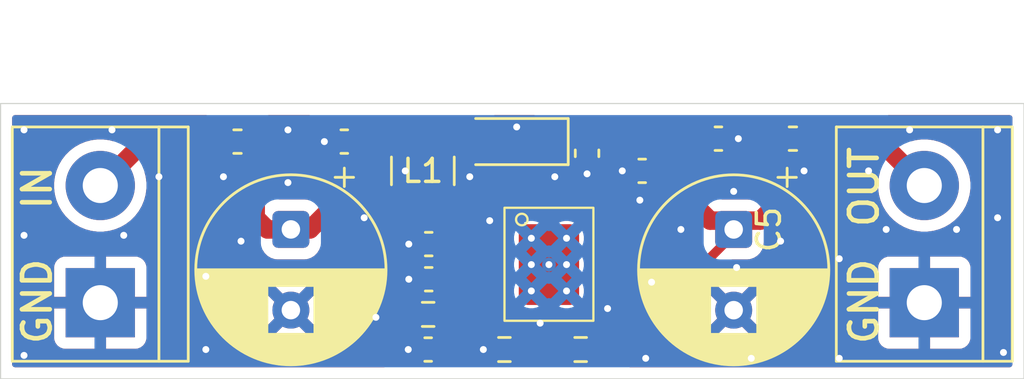
<source format=kicad_pcb>
(kicad_pcb (version 20241229) (generator "pcbnew") (generator_version "9.0")
  (layers (0 "F.Cu" signal) (2 "B.Cu" signal) (13 "F.Paste" user) (15 "B.Paste" user) (5 "F.SilkS" user "F.Silkscreen") (7 "B.SilkS" user "B.Silkscreen") (1 "F.Mask" user) (3 "B.Mask" user) (25 "Edge.Cuts" user))
  (net 0 "")
  (net 1 "GND")
  (net 2 "FB")
  (net 3 "VIN")
  (net 4 "SW")
  (net 5 "SS")
  (net 6 "COMP")
  (net 7 "Net-(C7-Pad1)")
  (net 8 "VOUT")
  (net 9 "Net-(J2-Pin_2)")
  (net 10 "Net-(J3-Pin_2)")
  (footprint "Resistor_SMD:R_0603_1608Metric_Pad0.98x0.95mm_HandSolder" (layer "F.Cu") (at 164.0605 88.773 180)
    (property "Reference" "R3" (hide yes))
    (property "Value" "51k" (hide yes))
    (fp_line (start -0.254724 0.5225) (end 0.254724 0.5225) (stroke (width 0.12)) (layer "F.SilkS"))
    (fp_line (start -0.254724 -0.5225) (end 0.254724 -0.5225) (stroke (width 0.12)) (layer "F.SilkS"))
    (pad "1" smd roundrect (at -0.9125 0 180) (size 0.975 0.95) (layers "F.Cu" "F.Mask" "F.Paste") (net 6 "COMP"))
    (pad "2" smd roundrect (at 0.9125 0 180) (size 0.975 0.95) (layers "F.Cu" "F.Mask" "F.Paste") (net 7 "Net-(C7-Pad1)"))
  )
  (footprint "TerminalBlock:TerminalBlock_bornier-2_P5.08mm" (layer "F.Cu") (at 149.86 88.265 90)
    (property "Reference" "J2" (hide yes))
    (property "Value" "Screw_Terminal_01x02" (hide yes))
    (fp_line (start 7.62 -3.81) (end -2.54 -3.81) (stroke (width 0.12)) (layer "F.SilkS"))
    (fp_line (start -2.54 -3.81) (end -2.54 3.81) (stroke (width 0.12)) (layer "F.SilkS"))
    (fp_line (start 7.62 2.54) (end -2.54 2.54) (stroke (width 0.12)) (layer "F.SilkS"))
    (fp_line (start 7.62 3.81) (end 7.62 -3.81) (stroke (width 0.12)) (layer "F.SilkS"))
    (fp_line (start -2.54 3.81) (end 7.62 3.81) (stroke (width 0.12)) (layer "F.SilkS"))
    (pad "1" thru_hole rect (at 0 0 90) (size 3 3) (drill 1.52) (layers "*.Cu" "*.Mask") (net 1 "GND"))
    (pad "2" thru_hole circle (at 5.08 0 90) (size 3 3) (drill 1.52) (layers "*.Cu" "*.Mask") (net 9 "Net-(J2-Pin_2)"))
  )
  (footprint "Capacitor_SMD:C_0603_1608Metric_Pad1.08x0.95mm_HandSolder" (layer "F.Cu") (at 164.084 87.249 180)
    (property "Reference" "C7" (hide yes))
    (property "Value" "2.2nF 50V X7R")
    (fp_line (start -0.146267 0.51) (end 0.146267 0.51) (stroke (width 0.12)) (layer "F.SilkS"))
    (fp_line (start -0.146267 -0.51) (end 0.146267 -0.51) (stroke (width 0.12)) (layer "F.SilkS"))
    (pad "1" smd roundrect (at -0.8625 0 180) (size 1.075 0.95) (layers "F.Cu" "F.Mask" "F.Paste") (net 7 "Net-(C7-Pad1)"))
    (pad "2" smd roundrect (at 0.8625 0 180) (size 1.075 0.95) (layers "F.Cu" "F.Mask" "F.Paste") (net 1 "GND"))
  )
  (footprint "Resistor_SMD:R_0603_1608Metric_Pad0.98x0.95mm_HandSolder" (layer "F.Cu") (at 167.3625 90.297 180)
    (property "Reference" "R2" (hide yes))
    (property "Value" "13k")
    (fp_line (start -0.254724 0.5225) (end 0.254724 0.5225) (stroke (width 0.12)) (layer "F.SilkS"))
    (fp_line (start -0.254724 -0.5225) (end 0.254724 -0.5225) (stroke (width 0.12)) (layer "F.SilkS"))
    (pad "1" smd roundrect (at -0.9125 0 180) (size 0.975 0.95) (layers "F.Cu" "F.Mask" "F.Paste") (net 2 "FB"))
    (pad "2" smd roundrect (at 0.9125 0 180) (size 0.975 0.95) (layers "F.Cu" "F.Mask" "F.Paste") (net 1 "GND"))
  )
  (footprint "Capacitor_SMD:C_0603_1608Metric_Pad1.08x0.95mm_HandSolder" (layer "F.Cu") (at 164.084 85.725 180)
    (property "Reference" "C3" (hide yes))
    (property "Value" "1μF 25V X7R")
    (fp_line (start -0.146267 0.51) (end 0.146267 0.51) (stroke (width 0.12)) (layer "F.SilkS"))
    (fp_line (start -0.146267 -0.51) (end 0.146267 -0.51) (stroke (width 0.12)) (layer "F.SilkS"))
    (pad "1" smd roundrect (at -0.8625 0 180) (size 1.075 0.95) (layers "F.Cu" "F.Mask" "F.Paste") (net 3 "VIN"))
    (pad "2" smd roundrect (at 0.8625 0 180) (size 1.075 0.95) (layers "F.Cu" "F.Mask" "F.Paste") (net 1 "GND"))
  )
  (footprint "Capacitor_SMD:C_0603_1608Metric_Pad1.08x0.95mm_HandSolder" (layer "F.Cu") (at 160.4275 81.28 180)
    (property "Reference" "C2" (hide yes))
    (property "Value" "10μF 16V X5R")
    (fp_line (start -0.146267 0.51) (end 0.146267 0.51) (stroke (width 0.12)) (layer "F.SilkS"))
    (fp_line (start -0.146267 -0.51) (end 0.146267 -0.51) (stroke (width 0.12)) (layer "F.SilkS"))
    (pad "1" smd roundrect (at -0.8625 0 180) (size 1.075 0.95) (layers "F.Cu" "F.Mask" "F.Paste") (net 3 "VIN"))
    (pad "2" smd roundrect (at 0.8625 0 180) (size 1.075 0.95) (layers "F.Cu" "F.Mask" "F.Paste") (net 1 "GND"))
  )
  (footprint "Capacitor_SMD:C_0603_1608Metric_Pad1.08x0.95mm_HandSolder" (layer "F.Cu") (at 173.3296 82.55 180)
    (property "Reference" "C8" (hide yes))
    (property "Value" "0.1μF 50V X7R" (hide yes))
    (fp_line (start -0.146267 0.51) (end 0.146267 0.51) (stroke (width 0.12)) (layer "F.SilkS"))
    (fp_line (start -0.146267 -0.51) (end 0.146267 -0.51) (stroke (width 0.12)) (layer "F.SilkS"))
    (pad "1" smd roundrect (at -0.8625 0 180) (size 1.075 0.95) (layers "F.Cu" "F.Mask" "F.Paste") (net 5 "SS"))
    (pad "2" smd roundrect (at 0.8625 0 180) (size 1.075 0.95) (layers "F.Cu" "F.Mask" "F.Paste") (net 1 "GND"))
  )
  (footprint "Inductor_SMD:L_0603_1608Metric" (layer "F.Cu") (at 179.8575 81.153)
    (property "Reference" "FB2" (hide yes))
    (property "Value" "BLM18PG471SN1D")
    (fp_line (start -0.162779 -0.51) (end 0.162779 -0.51) (stroke (width 0.12)) (layer "F.SilkS"))
    (fp_line (start -0.162779 0.51) (end 0.162779 0.51) (stroke (width 0.12)) (layer "F.SilkS"))
    (pad "1" smd roundrect (at -0.7875 0) (size 0.875 0.95) (layers "F.Cu" "F.Mask" "F.Paste") (net 8 "VOUT"))
    (pad "2" smd roundrect (at 0.7875 0) (size 0.875 0.95) (layers "F.Cu" "F.Mask" "F.Paste") (net 10 "Net-(J3-Pin_2)"))
  )
  (footprint "Capacitor_SMD:C_0603_1608Metric_Pad1.08x0.95mm_HandSolder" (layer "F.Cu") (at 164.0605 90.297 180)
    (property "Reference" "C6" (hide yes))
    (property "Value" "47pF 50V CH")
    (fp_line (start -0.146267 0.51) (end 0.146267 0.51) (stroke (width 0.12)) (layer "F.SilkS"))
    (fp_line (start -0.146267 -0.51) (end 0.146267 -0.51) (stroke (width 0.12)) (layer "F.SilkS"))
    (pad "1" smd roundrect (at -0.8625 0 180) (size 1.075 0.95) (layers "F.Cu" "F.Mask" "F.Paste") (net 6 "COMP"))
    (pad "2" smd roundrect (at 0.8625 0 180) (size 1.075 0.95) (layers "F.Cu" "F.Mask" "F.Paste") (net 1 "GND"))
  )
  (footprint "Capacitor_SMD:C_0603_1608Metric_Pad1.08x0.95mm_HandSolder" (layer "F.Cu") (at 170.942 81.788 -90)
    (property "Reference" "C9" (hide yes))
    (property "Value" "1μF 25V X7R")
    (fp_line (start -0.146267 0.51) (end 0.146267 0.51) (stroke (width 0.12)) (layer "F.SilkS"))
    (fp_line (start -0.146267 -0.51) (end 0.146267 -0.51) (stroke (width 0.12)) (layer "F.SilkS"))
    (pad "1" smd roundrect (at -0.8625 0 270) (size 1.075 0.95) (layers "F.Cu" "F.Mask" "F.Paste") (net 8 "VOUT"))
    (pad "2" smd roundrect (at 0.8625 0 270) (size 1.075 0.95) (layers "F.Cu" "F.Mask" "F.Paste") (net 1 "GND"))
  )
  (footprint "Capacitor_THT:CP_Radial_D8.0mm_P3.50mm" (layer "F.Cu") (at 158.115 85.088349 -90)
    (property "Reference" "C1" (hide yes))
    (property "Value" "16V 470uF")
    (fp_line (start 2.47 1.04) (end 2.47 4.017) (stroke (width 0.12)) (layer "F.SilkS"))
    (fp_line (start 2.51 1.04) (end 2.51 4.009) (stroke (width 0.12)) (layer "F.SilkS"))
    (fp_line (start 2.55 1.04) (end 2.55 4.002) (stroke (width 0.12)) (layer "F.SilkS"))
    (fp_line (start 2.59 1.04) (end 2.59 3.993) (stroke (width 0.12)) (layer "F.SilkS"))
    (fp_line (start 2.63 1.04) (end 2.63 3.985) (stroke (width 0.12)) (layer "F.SilkS"))
    (fp_line (start 2.67 1.04) (end 2.67 3.976) (stroke (width 0.12)) (layer "F.SilkS"))
    (fp_line (start 2.71 1.04) (end 2.71 3.967) (stroke (width 0.12)) (layer "F.SilkS"))
    (fp_line (start 2.75 1.04) (end 2.75 3.957) (stroke (width 0.12)) (layer "F.SilkS"))
    (fp_line (start 2.79 1.04) (end 2.79 3.947) (stroke (width 0.12)) (layer "F.SilkS"))
    (fp_line (start 2.83 1.04) (end 2.83 3.936) (stroke (width 0.12)) (layer "F.SilkS"))
    (fp_line (start 2.87 1.04) (end 2.87 3.925) (stroke (width 0.12)) (layer "F.SilkS"))
    (fp_line (start 2.91 1.04) (end 2.91 3.913) (stroke (width 0.12)) (layer "F.SilkS"))
    (fp_line (start 2.95 1.04) (end 2.95 3.901) (stroke (width 0.12)) (layer "F.SilkS"))
    (fp_line (start 2.99 1.04) (end 2.99 3.889) (stroke (width 0.12)) (layer "F.SilkS"))
    (fp_line (start 3.03 1.04) (end 3.03 3.876) (stroke (width 0.12)) (layer "F.SilkS"))
    (fp_line (start 3.07 1.04) (end 3.07 3.863) (stroke (width 0.12)) (layer "F.SilkS"))
    (fp_line (start 3.11 1.04) (end 3.11 3.849) (stroke (width 0.12)) (layer "F.SilkS"))
    (fp_line (start 3.15 1.04) (end 3.15 3.835) (stroke (width 0.12)) (layer "F.SilkS"))
    (fp_line (start 3.19 1.04) (end 3.19 3.82) (stroke (width 0.12)) (layer "F.SilkS"))
    (fp_line (start 3.23 1.04) (end 3.23 3.805) (stroke (width 0.12)) (layer "F.SilkS"))
    (fp_line (start 3.27 1.04) (end 3.27 3.789) (stroke (width 0.12)) (layer "F.SilkS"))
    (fp_line (start 3.31 1.04) (end 3.31 3.773) (stroke (width 0.12)) (layer "F.SilkS"))
    (fp_line (start 3.35 1.04) (end 3.35 3.757) (stroke (width 0.12)) (layer "F.SilkS"))
    (fp_line (start 3.39 1.04) (end 3.39 3.74) (stroke (width 0.12)) (layer "F.SilkS"))
    (fp_line (start 3.43 1.04) (end 3.43 3.722) (stroke (width 0.12)) (layer "F.SilkS"))
    (fp_line (start 3.47 1.04) (end 3.47 3.704) (stroke (width 0.12)) (layer "F.SilkS"))
    (fp_line (start 3.51 1.04) (end 3.51 3.685) (stroke (width 0.12)) (layer "F.SilkS"))
    (fp_line (start 3.55 1.04) (end 3.55 3.666) (stroke (width 0.12)) (layer "F.SilkS"))
    (fp_line (start 3.59 1.04) (end 3.59 3.646) (stroke (width 0.12)) (layer "F.SilkS"))
    (fp_line (start 3.63 1.04) (end 3.63 3.626) (stroke (width 0.12)) (layer "F.SilkS"))
    (fp_line (start 3.67 1.04) (end 3.67 3.605) (stroke (width 0.12)) (layer "F.SilkS"))
    (fp_line (start 3.71 1.04) (end 3.71 3.584) (stroke (width 0.12)) (layer "F.SilkS"))
    (fp_line (start 3.75 1.04) (end 3.75 3.562) (stroke (width 0.12)) (layer "F.SilkS"))
    (fp_line (start 3.79 1.04) (end 3.79 3.539) (stroke (width 0.12)) (layer "F.SilkS"))
    (fp_line (start 3.83 1.04) (end 3.83 3.516) (stroke (width 0.12)) (layer "F.SilkS"))
    (fp_line (start 3.87 1.04) (end 3.87 3.493) (stroke (width 0.12)) (layer "F.SilkS"))
    (fp_line (start 3.91 1.04) (end 3.91 3.468) (stroke (width 0.12)) (layer "F.SilkS"))
    (fp_line (start 3.95 1.04) (end 3.95 3.443) (stroke (width 0.12)) (layer "F.SilkS"))
    (fp_line (start 3.99 1.04) (end 3.99 3.418) (stroke (width 0.12)) (layer "F.SilkS"))
    (fp_line (start 4.03 1.04) (end 4.03 3.392) (stroke (width 0.12)) (layer "F.SilkS"))
    (fp_line (start 4.07 1.04) (end 4.07 3.365) (stroke (width 0.12)) (layer "F.SilkS"))
    (fp_line (start 4.11 1.04) (end 4.11 3.337) (stroke (width 0.12)) (layer "F.SilkS"))
    (fp_line (start 4.15 1.04) (end 4.15 3.309) (stroke (width 0.12)) (layer "F.SilkS"))
    (fp_line (start 4.19 1.04) (end 4.19 3.28) (stroke (width 0.12)) (layer "F.SilkS"))
    (fp_line (start 4.23 1.04) (end 4.23 3.25) (stroke (width 0.12)) (layer "F.SilkS"))
    (fp_line (start 4.27 1.04) (end 4.27 3.219) (stroke (width 0.12)) (layer "F.SilkS"))
    (fp_line (start 4.31 1.04) (end 4.31 3.188) (stroke (width 0.12)) (layer "F.SilkS"))
    (fp_line (start 4.35 1.04) (end 4.35 3.156) (stroke (width 0.12)) (layer "F.SilkS"))
    (fp_line (start 4.39 1.04) (end 4.39 3.123) (stroke (width 0.12)) (layer "F.SilkS"))
    (fp_line (start 4.43 1.04) (end 4.43 3.089) (stroke (width 0.12)) (layer "F.SilkS"))
    (fp_line (start 4.47 1.04) (end 4.47 3.055) (stroke (width 0.12)) (layer "F.SilkS"))
    (fp_line (start 4.51 1.04) (end 4.51 3.019) (stroke (width 0.12)) (layer "F.SilkS"))
    (fp_line (start 5.83 -0.533) (end 5.83 0.533) (stroke (width 0.12)) (layer "F.SilkS"))
    (fp_line (start 5.79 -0.768) (end 5.79 0.768) (stroke (width 0.12)) (layer "F.SilkS"))
    (fp_line (start 5.75 -0.947) (end 5.75 0.947) (stroke (width 0.12)) (layer "F.SilkS"))
    (fp_line (start 5.71 -1.097) (end 5.71 1.097) (stroke (width 0.12)) (layer "F.SilkS"))
    (fp_line (start 5.67 -1.228) (end 5.67 1.228) (stroke (width 0.12)) (layer "F.SilkS"))
    (fp_line (start 5.63 -1.346) (end 5.63 1.346) (stroke (width 0.12)) (layer "F.SilkS"))
    (fp_line (start 5.59 -1.453) (end 5.59 1.453) (stroke (width 0.12)) (layer "F.SilkS"))
    (fp_line (start 5.55 -1.552) (end 5.55 1.552) (stroke (width 0.12)) (layer "F.SilkS"))
    (fp_line (start 5.51 -1.644) (end 5.51 1.644) (stroke (width 0.12)) (layer "F.SilkS"))
    (fp_line (start 5.47 -1.731) (end 5.47 1.731) (stroke (width 0.12)) (layer "F.SilkS"))
    (fp_line (start 5.43 -1.813) (end 5.43 1.813) (stroke (width 0.12)) (layer "F.SilkS"))
    (fp_line (start 5.39 -1.89) (end 5.39 1.89) (stroke (width 0.12)) (layer "F.SilkS"))
    (fp_line (start 5.35 -1.964) (end 5.35 1.964) (stroke (width 0.12)) (layer "F.SilkS"))
    (fp_line (start 5.31 -2.034) (end 5.31 2.034) (stroke (width 0.12)) (layer "F.SilkS"))
    (fp_line (start 5.27 -2.101) (end 5.27 2.101) (stroke (width 0.12)) (layer "F.SilkS"))
    (fp_line (start 5.23 -2.165) (end 5.23 2.165) (stroke (width 0.12)) (layer "F.SilkS"))
    (fp_line (start 5.19 -2.227) (end 5.19 2.227) (stroke (width 0.12)) (layer "F.SilkS"))
    (fp_line (start 5.15 -2.287) (end 5.15 2.287) (stroke (width 0.12)) (layer "F.SilkS"))
    (fp_line (start -2.659698 -2.315) (end -1.859698 -2.315) (stroke (width 0.12)) (layer "F.SilkS"))
    (fp_line (start 5.11 -2.344) (end 5.11 2.344) (stroke (width 0.12)) (layer "F.SilkS"))
    (fp_line (start 5.07 -2.4) (end 5.07 2.4) (stroke (width 0.12)) (layer "F.SilkS"))
    (fp_line (start 5.03 -2.453) (end 5.03 2.453) (stroke (width 0.12)) (layer "F.SilkS"))
    (fp_line (start 4.99 -2.505) (end 4.99 2.505) (stroke (width 0.12)) (layer "F.SilkS"))
    (fp_line (start 4.95 -2.555) (end 4.95 2.555) (stroke (width 0.12)) (layer "F.SilkS"))
    (fp_line (start 4.91 -2.604) (end 4.91 2.604) (stroke (width 0.12)) (layer "F.SilkS"))
    (fp_line (start 4.87 -2.651) (end 4.87 2.651) (stroke (width 0.12)) (layer "F.SilkS"))
    (fp_line (start 4.83 -2.696) (end 4.83 2.696) (stroke (width 0.12)) (layer "F.SilkS"))
    (fp_line (start -2.259698 -2.715) (end -2.259698 -1.915) (stroke (width 0.12)) (layer "F.SilkS"))
    (fp_line (start 4.79 -2.741) (end 4.79 2.741) (stroke (width 0.12)) (layer "F.SilkS"))
    (fp_line (start 4.75 -2.784) (end 4.75 2.784) (stroke (width 0.12)) (layer "F.SilkS"))
    (fp_line (start 4.71 -2.826) (end 4.71 2.826) (stroke (width 0.12)) (layer "F.SilkS"))
    (fp_line (start 4.67 -2.867) (end 4.67 2.867) (stroke (width 0.12)) (layer "F.SilkS"))
    (fp_line (start 4.63 -2.906) (end 4.63 2.906) (stroke (width 0.12)) (layer "F.SilkS"))
    (fp_line (start 4.59 -2.945) (end 4.59 2.945) (stroke (width 0.12)) (layer "F.SilkS"))
    (fp_line (start 4.55 -2.982) (end 4.55 2.982) (stroke (width 0.12)) (layer "F.SilkS"))
    (fp_line (start 4.51 -3.019) (end 4.51 -1.04) (stroke (width 0.12)) (layer "F.SilkS"))
    (fp_line (start 4.47 -3.055) (end 4.47 -1.04) (stroke (width 0.12)) (layer "F.SilkS"))
    (fp_line (start 4.43 -3.089) (end 4.43 -1.04) (stroke (width 0.12)) (layer "F.SilkS"))
    (fp_line (start 4.39 -3.123) (end 4.39 -1.04) (stroke (width 0.12)) (layer "F.SilkS"))
    (fp_line (start 4.35 -3.156) (end 4.35 -1.04) (stroke (width 0.12)) (layer "F.SilkS"))
    (fp_line (start 4.31 -3.188) (end 4.31 -1.04) (stroke (width 0.12)) (layer "F.SilkS"))
    (fp_line (start 4.27 -3.219) (end 4.27 -1.04) (stroke (width 0.12)) (layer "F.SilkS"))
    (fp_line (start 4.23 -3.25) (end 4.23 -1.04) (stroke (width 0.12)) (layer "F.SilkS"))
    (fp_line (start 4.19 -3.28) (end 4.19 -1.04) (stroke (width 0.12)) (layer "F.SilkS"))
    (fp_line (start 4.15 -3.309) (end 4.15 -1.04) (stroke (width 0.12)) (layer "F.SilkS"))
    (fp_line (start 4.11 -3.337) (end 4.11 -1.04) (stroke (width 0.12)) (layer "F.SilkS"))
    (fp_line (start 4.07 -3.365) (end 4.07 -1.04) (stroke (width 0.12)) (layer "F.SilkS"))
    (fp_line (start 4.03 -3.392) (end 4.03 -1.04) (stroke (width 0.12)) (layer "F.SilkS"))
    (fp_line (start 3.99 -3.418) (end 3.99 -1.04) (stroke (width 0.12)) (layer "F.SilkS"))
    (fp_line (start 3.95 -3.443) (end 3.95 -1.04) (stroke (width 0.12)) (layer "F.SilkS"))
    (fp_line (start 3.91 -3.468) (end 3.91 -1.04) (stroke (width 0.12)) (layer "F.SilkS"))
    (fp_line (start 3.87 -3.493) (end 3.87 -1.04) (stroke (width 0.12)) (layer "F.SilkS"))
    (fp_line (start 3.83 -3.516) (end 3.83 -1.04) (stroke (width 0.12)) (layer "F.SilkS"))
    (fp_line (start 3.79 -3.539) (end 3.79 -1.04) (stroke (width 0.12)) (layer "F.SilkS"))
    (fp_line (start 3.75 -3.562) (end 3.75 -1.04) (stroke (width 0.12)) (layer "F.SilkS"))
    (fp_line (start 3.71 -3.584) (end 3.71 -1.04) (stroke (width 0.12)) (layer "F.SilkS"))
    (fp_line (start 3.67 -3.605) (end 3.67 -1.04) (stroke (width 0.12)) (layer "F.SilkS"))
    (fp_line (start 3.63 -3.626) (end 3.63 -1.04) (stroke (width 0.12)) (layer "F.SilkS"))
    (fp_line (start 3.59 -3.646) (end 3.59 -1.04) (stroke (width 0.12)) (layer "F.SilkS"))
    (fp_line (start 3.55 -3.666) (end 3.55 -1.04) (stroke (width 0.12)) (layer "F.SilkS"))
    (fp_line (start 3.51 -3.685) (end 3.51 -1.04) (stroke (width 0.12)) (layer "F.SilkS"))
    (fp_line (start 3.47 -3.704) (end 3.47 -1.04) (stroke (width 0.12)) (layer "F.SilkS"))
    (fp_line (start 3.43 -3.722) (end 3.43 -1.04) (stroke (width 0.12)) (layer "F.SilkS"))
    (fp_line (start 3.39 -3.74) (end 3.39 -1.04) (stroke (width 0.12)) (layer "F.SilkS"))
    (fp_line (start 3.35 -3.757) (end 3.35 -1.04) (stroke (width 0.12)) (layer "F.SilkS"))
    (fp_line (start 3.31 -3.773) (end 3.31 -1.04) (stroke (width 0.12)) (layer "F.SilkS"))
    (fp_line (start 3.27 -3.789) (end 3.27 -1.04) (stroke (width 0.12)) (layer "F.SilkS"))
    (fp_line (start 3.23 -3.805) (end 3.23 -1.04) (stroke (width 0.12)) (layer "F.SilkS"))
    (fp_line (start 3.19 -3.82) (end 3.19 -1.04) (stroke (width 0.12)) (layer "F.SilkS"))
    (fp_line (start 3.15 -3.835) (end 3.15 -1.04) (stroke (width 0.12)) (layer "F.SilkS"))
    (fp_line (start 3.11 -3.849) (end 3.11 -1.04) (stroke (width 0.12)) (layer "F.SilkS"))
    (fp_line (start 3.07 -3.863) (end 3.07 -1.04) (stroke (width 0.12)) (layer "F.SilkS"))
    (fp_line (start 3.03 -3.876) (end 3.03 -1.04) (stroke (width 0.12)) (layer "F.SilkS"))
    (fp_line (start 2.99 -3.889) (end 2.99 -1.04) (stroke (width 0.12)) (layer "F.SilkS"))
    (fp_line (start 2.95 -3.901) (end 2.95 -1.04) (stroke (width 0.12)) (layer "F.SilkS"))
    (fp_line (start 2.91 -3.913) (end 2.91 -1.04) (stroke (width 0.12)) (layer "F.SilkS"))
    (fp_line (start 2.87 -3.925) (end 2.87 -1.04) (stroke (width 0.12)) (layer "F.SilkS"))
    (fp_line (start 2.83 -3.936) (end 2.83 -1.04) (stroke (width 0.12)) (layer "F.SilkS"))
    (fp_line (start 2.79 -3.947) (end 2.79 -1.04) (stroke (width 0.12)) (layer "F.SilkS"))
    (fp_line (start 2.75 -3.957) (end 2.75 -1.04) (stroke (width 0.12)) (layer "F.SilkS"))
    (fp_line (start 2.71 -3.967) (end 2.71 -1.04) (stroke (width 0.12)) (layer "F.SilkS"))
    (fp_line (start 2.67 -3.976) (end 2.67 -1.04) (stroke (width 0.12)) (layer "F.SilkS"))
    (fp_line (start 2.63 -3.985) (end 2.63 -1.04) (stroke (width 0.12)) (layer "F.SilkS"))
    (fp_line (start 2.59 -3.993) (end 2.59 -1.04) (stroke (width 0.12)) (layer "F.SilkS"))
    (fp_line (start 2.55 -4.002) (end 2.55 -1.04) (stroke (width 0.12)) (layer "F.SilkS"))
    (fp_line (start 2.51 -4.009) (end 2.51 -1.04) (stroke (width 0.12)) (layer "F.SilkS"))
    (fp_line (start 2.47 -4.017) (end 2.47 -1.04) (stroke (width 0.12)) (layer "F.SilkS"))
    (fp_line (start 2.43 -4.023) (end 2.43 4.023) (stroke (width 0.12)) (layer "F.SilkS"))
    (fp_line (start 2.39 -4.03) (end 2.39 4.03) (stroke (width 0.12)) (layer "F.SilkS"))
    (fp_line (start 2.35 -4.036) (end 2.35 4.036) (stroke (width 0.12)) (layer "F.SilkS"))
    (fp_line (start 2.31 -4.042) (end 2.31 4.042) (stroke (width 0.12)) (layer "F.SilkS"))
    (fp_line (start 2.27 -4.047) (end 2.27 4.047) (stroke (width 0.12)) (layer "F.SilkS"))
    (fp_line (start 2.23 -4.052) (end 2.23 4.052) (stroke (width 0.12)) (layer "F.SilkS"))
    (fp_line (start 2.19 -4.056) (end 2.19 4.056) (stroke (width 0.12)) (layer "F.SilkS"))
    (fp_line (start 2.15 -4.061) (end 2.15 4.061) (stroke (width 0.12)) (layer "F.SilkS"))
    (fp_line (start 2.11 -4.064) (end 2.11 4.064) (stroke (width 0.12)) (layer "F.SilkS"))
    (fp_line (start 2.07 -4.068) (end 2.07 4.068) (stroke (width 0.12)) (layer "F.SilkS"))
    (fp_line (start 2.03 -4.07) (end 2.03 4.07) (stroke (width 0.12)) (layer "F.SilkS"))
    (fp_line (start 1.99 -4.073) (end 1.99 4.073) (stroke (width 0.12)) (layer "F.SilkS"))
    (fp_line (start 1.95 -4.075) (end 1.95 4.075) (stroke (width 0.12)) (layer "F.SilkS"))
    (fp_line (start 1.91 -4.077) (end 1.91 4.077) (stroke (width 0.12)) (layer "F.SilkS"))
    (fp_line (start 1.87 -4.078) (end 1.87 4.078) (stroke (width 0.12)) (layer "F.SilkS"))
    (fp_line (start 1.83 -4.079) (end 1.83 4.079) (stroke (width 0.12)) (layer "F.SilkS"))
    (fp_line (start 1.75 -4.08) (end 1.75 4.08) (stroke (width 0.12)) (layer "F.SilkS"))
    (fp_line (start 1.79 -4.08) (end 1.79 4.08) (stroke (width 0.12)) (layer "F.SilkS"))
    (fp_circle (center 1.75 0) (end 5.87 0) (stroke (width 0.12)) (fill no) (layer "F.SilkS"))
    (pad "1" thru_hole roundrect (at 0 0 270) (size 1.6 1.6) (drill 0.8) (layers "*.Cu" "*.Mask") (roundrect_rratio 0.15625) (net 3 "VIN"))
    (pad "2" thru_hole circle (at 3.5 0 270) (size 1.6 1.6) (drill 0.8) (layers "*.Cu" "*.Mask") (net 1 "GND"))
  )
  (footprint "Inductor_SMD:L_0603_1608Metric" (layer "F.Cu") (at 155.8035 81.28 180)
    (property "Reference" "FB1" (hide yes))
    (property "Value" "BLM18PG471SN1D")
    (fp_line (start -0.162779 0.51) (end 0.162779 0.51) (stroke (width 0.12)) (layer "F.SilkS"))
    (fp_line (start -0.162779 -0.51) (end 0.162779 -0.51) (stroke (width 0.12)) (layer "F.SilkS"))
    (pad "1" smd roundrect (at -0.7875 0 180) (size 0.875 0.95) (layers "F.Cu" "F.Mask" "F.Paste") (net 3 "VIN"))
    (pad "2" smd roundrect (at 0.7875 0 180) (size 0.875 0.95) (layers "F.Cu" "F.Mask" "F.Paste") (net 9 "Net-(J2-Pin_2)"))
  )
  (footprint "Capacitor_SMD:C_0603_1608Metric_Pad1.08x0.95mm_HandSolder" (layer "F.Cu") (at 176.6316 81.153)
    (property "Reference" "C4" (hide yes))
    (property "Value" "10μF 16V X5R")
    (fp_line (start -0.146267 -0.51) (end 0.146267 -0.51) (stroke (width 0.12)) (layer "F.SilkS"))
    (fp_line (start -0.146267 0.51) (end 0.146267 0.51) (stroke (width 0.12)) (layer "F.SilkS"))
    (pad "1" smd roundrect (at -0.8625 0) (size 1.075 0.95) (layers "F.Cu" "F.Mask" "F.Paste") (net 8 "VOUT"))
    (pad "2" smd roundrect (at 0.8625 0) (size 1.075 0.95) (layers "F.Cu" "F.Mask" "F.Paste") (net 1 "GND"))
  )
  (footprint "Capacitor_THT:CP_Radial_D8.0mm_P3.50mm" (layer "F.Cu") (at 177.292 85.09 -90)
    (property "Reference" "C5" (at 0.001651 -1.524 90) (layer "F.SilkS"))
    (property "Value" "16V 470uF")
    (fp_line (start 2.47 1.04) (end 2.47 4.017) (stroke (width 0.12)) (layer "F.SilkS"))
    (fp_line (start 2.51 1.04) (end 2.51 4.009) (stroke (width 0.12)) (layer "F.SilkS"))
    (fp_line (start 2.55 1.04) (end 2.55 4.002) (stroke (width 0.12)) (layer "F.SilkS"))
    (fp_line (start 2.59 1.04) (end 2.59 3.993) (stroke (width 0.12)) (layer "F.SilkS"))
    (fp_line (start 2.63 1.04) (end 2.63 3.985) (stroke (width 0.12)) (layer "F.SilkS"))
    (fp_line (start 2.67 1.04) (end 2.67 3.976) (stroke (width 0.12)) (layer "F.SilkS"))
    (fp_line (start 2.71 1.04) (end 2.71 3.967) (stroke (width 0.12)) (layer "F.SilkS"))
    (fp_line (start 2.75 1.04) (end 2.75 3.957) (stroke (width 0.12)) (layer "F.SilkS"))
    (fp_line (start 2.79 1.04) (end 2.79 3.947) (stroke (width 0.12)) (layer "F.SilkS"))
    (fp_line (start 2.83 1.04) (end 2.83 3.936) (stroke (width 0.12)) (layer "F.SilkS"))
    (fp_line (start 2.87 1.04) (end 2.87 3.925) (stroke (width 0.12)) (layer "F.SilkS"))
    (fp_line (start 2.91 1.04) (end 2.91 3.913) (stroke (width 0.12)) (layer "F.SilkS"))
    (fp_line (start 2.95 1.04) (end 2.95 3.901) (stroke (width 0.12)) (layer "F.SilkS"))
    (fp_line (start 2.99 1.04) (end 2.99 3.889) (stroke (width 0.12)) (layer "F.SilkS"))
    (fp_line (start 3.03 1.04) (end 3.03 3.876) (stroke (width 0.12)) (layer "F.SilkS"))
    (fp_line (start 3.07 1.04) (end 3.07 3.863) (stroke (width 0.12)) (layer "F.SilkS"))
    (fp_line (start 3.11 1.04) (end 3.11 3.849) (stroke (width 0.12)) (layer "F.SilkS"))
    (fp_line (start 3.15 1.04) (end 3.15 3.835) (stroke (width 0.12)) (layer "F.SilkS"))
    (fp_line (start 3.19 1.04) (end 3.19 3.82) (stroke (width 0.12)) (layer "F.SilkS"))
    (fp_line (start 3.23 1.04) (end 3.23 3.805) (stroke (width 0.12)) (layer "F.SilkS"))
    (fp_line (start 3.27 1.04) (end 3.27 3.789) (stroke (width 0.12)) (layer "F.SilkS"))
    (fp_line (start 3.31 1.04) (end 3.31 3.773) (stroke (width 0.12)) (layer "F.SilkS"))
    (fp_line (start 3.35 1.04) (end 3.35 3.757) (stroke (width 0.12)) (layer "F.SilkS"))
    (fp_line (start 3.39 1.04) (end 3.39 3.74) (stroke (width 0.12)) (layer "F.SilkS"))
    (fp_line (start 3.43 1.04) (end 3.43 3.722) (stroke (width 0.12)) (layer "F.SilkS"))
    (fp_line (start 3.47 1.04) (end 3.47 3.704) (stroke (width 0.12)) (layer "F.SilkS"))
    (fp_line (start 3.51 1.04) (end 3.51 3.685) (stroke (width 0.12)) (layer "F.SilkS"))
    (fp_line (start 3.55 1.04) (end 3.55 3.666) (stroke (width 0.12)) (layer "F.SilkS"))
    (fp_line (start 3.59 1.04) (end 3.59 3.646) (stroke (width 0.12)) (layer "F.SilkS"))
    (fp_line (start 3.63 1.04) (end 3.63 3.626) (stroke (width 0.12)) (layer "F.SilkS"))
    (fp_line (start 3.67 1.04) (end 3.67 3.605) (stroke (width 0.12)) (layer "F.SilkS"))
    (fp_line (start 3.71 1.04) (end 3.71 3.584) (stroke (width 0.12)) (layer "F.SilkS"))
    (fp_line (start 3.75 1.04) (end 3.75 3.562) (stroke (width 0.12)) (layer "F.SilkS"))
    (fp_line (start 3.79 1.04) (end 3.79 3.539) (stroke (width 0.12)) (layer "F.SilkS"))
    (fp_line (start 3.83 1.04) (end 3.83 3.516) (stroke (width 0.12)) (layer "F.SilkS"))
    (fp_line (start 3.87 1.04) (end 3.87 3.493) (stroke (width 0.12)) (layer "F.SilkS"))
    (fp_line (start 3.91 1.04) (end 3.91 3.468) (stroke (width 0.12)) (layer "F.SilkS"))
    (fp_line (start 3.95 1.04) (end 3.95 3.443) (stroke (width 0.12)) (layer "F.SilkS"))
    (fp_line (start 3.99 1.04) (end 3.99 3.418) (stroke (width 0.12)) (layer "F.SilkS"))
    (fp_line (start 4.03 1.04) (end 4.03 3.392) (stroke (width 0.12)) (layer "F.SilkS"))
    (fp_line (start 4.07 1.04) (end 4.07 3.365) (stroke (width 0.12)) (layer "F.SilkS"))
    (fp_line (start 4.11 1.04) (end 4.11 3.337) (stroke (width 0.12)) (layer "F.SilkS"))
    (fp_line (start 4.15 1.04) (end 4.15 3.309) (stroke (width 0.12)) (layer "F.SilkS"))
    (fp_line (start 4.19 1.04) (end 4.19 3.28) (stroke (width 0.12)) (layer "F.SilkS"))
    (fp_line (start 4.23 1.04) (end 4.23 3.25) (stroke (width 0.12)) (layer "F.SilkS"))
    (fp_line (start 4.27 1.04) (end 4.27 3.219) (stroke (width 0.12)) (layer "F.SilkS"))
    (fp_line (start 4.31 1.04) (end 4.31 3.188) (stroke (width 0.12)) (layer "F.SilkS"))
    (fp_line (start 4.35 1.04) (end 4.35 3.156) (stroke (width 0.12)) (layer "F.SilkS"))
    (fp_line (start 4.39 1.04) (end 4.39 3.123) (stroke (width 0.12)) (layer "F.SilkS"))
    (fp_line (start 4.43 1.04) (end 4.43 3.089) (stroke (width 0.12)) (layer "F.SilkS"))
    (fp_line (start 4.47 1.04) (end 4.47 3.055) (stroke (width 0.12)) (layer "F.SilkS"))
    (fp_line (start 4.51 1.04) (end 4.51 3.019) (stroke (width 0.12)) (layer "F.SilkS"))
    (fp_line (start 5.83 -0.533) (end 5.83 0.533) (stroke (width 0.12)) (layer "F.SilkS"))
    (fp_line (start 5.79 -0.768) (end 5.79 0.768) (stroke (width 0.12)) (layer "F.SilkS"))
    (fp_line (start 5.75 -0.947) (end 5.75 0.947) (stroke (width 0.12)) (layer "F.SilkS"))
    (fp_line (start 5.71 -1.097) (end 5.71 1.097) (stroke (width 0.12)) (layer "F.SilkS"))
    (fp_line (start 5.67 -1.228) (end 5.67 1.228) (stroke (width 0.12)) (layer "F.SilkS"))
    (fp_line (start 5.63 -1.346) (end 5.63 1.346) (stroke (width 0.12)) (layer "F.SilkS"))
    (fp_line (start 5.59 -1.453) (end 5.59 1.453) (stroke (width 0.12)) (layer "F.SilkS"))
    (fp_line (start 5.55 -1.552) (end 5.55 1.552) (stroke (width 0.12)) (layer "F.SilkS"))
    (fp_line (start 5.51 -1.644) (end 5.51 1.644) (stroke (width 0.12)) (layer "F.SilkS"))
    (fp_line (start 5.47 -1.731) (end 5.47 1.731) (stroke (width 0.12)) (layer "F.SilkS"))
    (fp_line (start 5.43 -1.813) (end 5.43 1.813) (stroke (width 0.12)) (layer "F.SilkS"))
    (fp_line (start 5.39 -1.89) (end 5.39 1.89) (stroke (width 0.12)) (layer "F.SilkS"))
    (fp_line (start 5.35 -1.964) (end 5.35 1.964) (stroke (width 0.12)) (layer "F.SilkS"))
    (fp_line (start 5.31 -2.034) (end 5.31 2.034) (stroke (width 0.12)) (layer "F.SilkS"))
    (fp_line (start 5.27 -2.101) (end 5.27 2.101) (stroke (width 0.12)) (layer "F.SilkS"))
    (fp_line (start 5.23 -2.165) (end 5.23 2.165) (stroke (width 0.12)) (layer "F.SilkS"))
    (fp_line (start 5.19 -2.227) (end 5.19 2.227) (stroke (width 0.12)) (layer "F.SilkS"))
    (fp_line (start 5.15 -2.287) (end 5.15 2.287) (stroke (width 0.12)) (layer "F.SilkS"))
    (fp_line (start -2.659698 -2.315) (end -1.859698 -2.315) (stroke (width 0.12)) (layer "F.SilkS"))
    (fp_line (start 5.11 -2.344) (end 5.11 2.344) (stroke (width 0.12)) (layer "F.SilkS"))
    (fp_line (start 5.07 -2.4) (end 5.07 2.4) (stroke (width 0.12)) (layer "F.SilkS"))
    (fp_line (start 5.03 -2.453) (end 5.03 2.453) (stroke (width 0.12)) (layer "F.SilkS"))
    (fp_line (start 4.99 -2.505) (end 4.99 2.505) (stroke (width 0.12)) (layer "F.SilkS"))
    (fp_line (start 4.95 -2.555) (end 4.95 2.555) (stroke (width 0.12)) (layer "F.SilkS"))
    (fp_line (start 4.91 -2.604) (end 4.91 2.604) (stroke (width 0.12)) (layer "F.SilkS"))
    (fp_line (start 4.87 -2.651) (end 4.87 2.651) (stroke (width 0.12)) (layer "F.SilkS"))
    (fp_line (start 4.83 -2.696) (end 4.83 2.696) (stroke (width 0.12)) (layer "F.SilkS"))
    (fp_line (start -2.259698 -2.715) (end -2.259698 -1.915) (stroke (width 0.12)) (layer "F.SilkS"))
    (fp_line (start 4.79 -2.741) (end 4.79 2.741) (stroke (width 0.12)) (layer "F.SilkS"))
    (fp_line (start 4.75 -2.784) (end 4.75 2.784) (stroke (width 0.12)) (layer "F.SilkS"))
    (fp_line (start 4.71 -2.826) (end 4.71 2.826) (stroke (width 0.12)) (layer "F.SilkS"))
    (fp_line (start 4.67 -2.867) (end 4.67 2.867) (stroke (width 0.12)) (layer "F.SilkS"))
    (fp_line (start 4.63 -2.906) (end 4.63 2.906) (stroke (width 0.12)) (layer "F.SilkS"))
    (fp_line (start 4.59 -2.945) (end 4.59 2.945) (stroke (width 0.12)) (layer "F.SilkS"))
    (fp_line (start 4.55 -2.982) (end 4.55 2.982) (stroke (width 0.12)) (layer "F.SilkS"))
    (fp_line (start 4.51 -3.019) (end 4.51 -1.04) (stroke (width 0.12)) (layer "F.SilkS"))
    (fp_line (start 4.47 -3.055) (end 4.47 -1.04) (stroke (width 0.12)) (layer "F.SilkS"))
    (fp_line (start 4.43 -3.089) (end 4.43 -1.04) (stroke (width 0.12)) (layer "F.SilkS"))
    (fp_line (start 4.39 -3.123) (end 4.39 -1.04) (stroke (width 0.12)) (layer "F.SilkS"))
    (fp_line (start 4.35 -3.156) (end 4.35 -1.04) (stroke (width 0.12)) (layer "F.SilkS"))
    (fp_line (start 4.31 -3.188) (end 4.31 -1.04) (stroke (width 0.12)) (layer "F.SilkS"))
    (fp_line (start 4.27 -3.219) (end 4.27 -1.04) (stroke (width 0.12)) (layer "F.SilkS"))
    (fp_line (start 4.23 -3.25) (end 4.23 -1.04) (stroke (width 0.12)) (layer "F.SilkS"))
    (fp_line (start 4.19 -3.28) (end 4.19 -1.04) (stroke (width 0.12)) (layer "F.SilkS"))
    (fp_line (start 4.15 -3.309) (end 4.15 -1.04) (stroke (width 0.12)) (layer "F.SilkS"))
    (fp_line (start 4.11 -3.337) (end 4.11 -1.04) (stroke (width 0.12)) (layer "F.SilkS"))
    (fp_line (start 4.07 -3.365) (end 4.07 -1.04) (stroke (width 0.12)) (layer "F.SilkS"))
    (fp_line (start 4.03 -3.392) (end 4.03 -1.04) (stroke (width 0.12)) (layer "F.SilkS"))
    (fp_line (start 3.99 -3.418) (end 3.99 -1.04) (stroke (width 0.12)) (layer "F.SilkS"))
    (fp_line (start 3.95 -3.443) (end 3.95 -1.04) (stroke (width 0.12)) (layer "F.SilkS"))
    (fp_line (start 3.91 -3.468) (end 3.91 -1.04) (stroke (width 0.12)) (layer "F.SilkS"))
    (fp_line (start 3.87 -3.493) (end 3.87 -1.04) (stroke (width 0.12)) (layer "F.SilkS"))
    (fp_line (start 3.83 -3.516) (end 3.83 -1.04) (stroke (width 0.12)) (layer "F.SilkS"))
    (fp_line (start 3.79 -3.539) (end 3.79 -1.04) (stroke (width 0.12)) (layer "F.SilkS"))
    (fp_line (start 3.75 -3.562) (end 3.75 -1.04) (stroke (width 0.12)) (layer "F.SilkS"))
    (fp_line (start 3.71 -3.584) (end 3.71 -1.04) (stroke (width 0.12)) (layer "F.SilkS"))
    (fp_line (start 3.67 -3.605) (end 3.67 -1.04) (stroke (width 0.12)) (layer "F.SilkS"))
    (fp_line (start 3.63 -3.626) (end 3.63 -1.04) (stroke (width 0.12)) (layer "F.SilkS"))
    (fp_line (start 3.59 -3.646) (end 3.59 -1.04) (stroke (width 0.12)) (layer "F.SilkS"))
    (fp_line (start 3.55 -3.666) (end 3.55 -1.04) (stroke (width 0.12)) (layer "F.SilkS"))
    (fp_line (start 3.51 -3.685) (end 3.51 -1.04) (stroke (width 0.12)) (layer "F.SilkS"))
    (fp_line (start 3.47 -3.704) (end 3.47 -1.04) (stroke (width 0.12)) (layer "F.SilkS"))
    (fp_line (start 3.43 -3.722) (end 3.43 -1.04) (stroke (width 0.12)) (layer "F.SilkS"))
    (fp_line (start 3.39 -3.74) (end 3.39 -1.04) (stroke (width 0.12)) (layer "F.SilkS"))
    (fp_line (start 3.35 -3.757) (end 3.35 -1.04) (stroke (width 0.12)) (layer "F.SilkS"))
    (fp_line (start 3.31 -3.773) (end 3.31 -1.04) (stroke (width 0.12)) (layer "F.SilkS"))
    (fp_line (start 3.27 -3.789) (end 3.27 -1.04) (stroke (width 0.12)) (layer "F.SilkS"))
    (fp_line (start 3.23 -3.805) (end 3.23 -1.04) (stroke (width 0.12)) (layer "F.SilkS"))
    (fp_line (start 3.19 -3.82) (end 3.19 -1.04) (stroke (width 0.12)) (layer "F.SilkS"))
    (fp_line (start 3.15 -3.835) (end 3.15 -1.04) (stroke (width 0.12)) (layer "F.SilkS"))
    (fp_line (start 3.11 -3.849) (end 3.11 -1.04) (stroke (width 0.12)) (layer "F.SilkS"))
    (fp_line (start 3.07 -3.863) (end 3.07 -1.04) (stroke (width 0.12)) (layer "F.SilkS"))
    (fp_line (start 3.03 -3.876) (end 3.03 -1.04) (stroke (width 0.12)) (layer "F.SilkS"))
    (fp_line (start 2.99 -3.889) (end 2.99 -1.04) (stroke (width 0.12)) (layer "F.SilkS"))
    (fp_line (start 2.95 -3.901) (end 2.95 -1.04) (stroke (width 0.12)) (layer "F.SilkS"))
    (fp_line (start 2.91 -3.913) (end 2.91 -1.04) (stroke (width 0.12)) (layer "F.SilkS"))
    (fp_line (start 2.87 -3.925) (end 2.87 -1.04) (stroke (width 0.12)) (layer "F.SilkS"))
    (fp_line (start 2.83 -3.936) (end 2.83 -1.04) (stroke (width 0.12)) (layer "F.SilkS"))
    (fp_line (start 2.79 -3.947) (end 2.79 -1.04) (stroke (width 0.12)) (layer "F.SilkS"))
    (fp_line (start 2.75 -3.957) (end 2.75 -1.04) (stroke (width 0.12)) (layer "F.SilkS"))
    (fp_line (start 2.71 -3.967) (end 2.71 -1.04) (stroke (width 0.12)) (layer "F.SilkS"))
    (fp_line (start 2.67 -3.976) (end 2.67 -1.04) (stroke (width 0.12)) (layer "F.SilkS"))
    (fp_line (start 2.63 -3.985) (end 2.63 -1.04) (stroke (width 0.12)) (layer "F.SilkS"))
    (fp_line (start 2.59 -3.993) (end 2.59 -1.04) (stroke (width 0.12)) (layer "F.SilkS"))
    (fp_line (start 2.55 -4.002) (end 2.55 -1.04) (stroke (width 0.12)) (layer "F.SilkS"))
    (fp_line (start 2.51 -4.009) (end 2.51 -1.04) (stroke (width 0.12)) (layer "F.SilkS"))
    (fp_line (start 2.47 -4.017) (end 2.47 -1.04) (stroke (width 0.12)) (layer "F.SilkS"))
    (fp_line (start 2.43 -4.023) (end 2.43 4.023) (stroke (width 0.12)) (layer "F.SilkS"))
    (fp_line (start 2.39 -4.03) (end 2.39 4.03) (stroke (width 0.12)) (layer "F.SilkS"))
    (fp_line (start 2.35 -4.036) (end 2.35 4.036) (stroke (width 0.12)) (layer "F.SilkS"))
    (fp_line (start 2.31 -4.042) (end 2.31 4.042) (stroke (width 0.12)) (layer "F.SilkS"))
    (fp_line (start 2.27 -4.047) (end 2.27 4.047) (stroke (width 0.12)) (layer "F.SilkS"))
    (fp_line (start 2.23 -4.052) (end 2.23 4.052) (stroke (width 0.12)) (layer "F.SilkS"))
    (fp_line (start 2.19 -4.056) (end 2.19 4.056) (stroke (width 0.12)) (layer "F.SilkS"))
    (fp_line (start 2.15 -4.061) (end 2.15 4.061) (stroke (width 0.12)) (layer "F.SilkS"))
    (fp_line (start 2.11 -4.064) (end 2.11 4.064) (stroke (width 0.12)) (layer "F.SilkS"))
    (fp_line (start 2.07 -4.068) (end 2.07 4.068) (stroke (width 0.12)) (layer "F.SilkS"))
    (fp_line (start 2.03 -4.07) (end 2.03 4.07) (stroke (width 0.12)) (layer "F.SilkS"))
    (fp_line (start 1.99 -4.073) (end 1.99 4.073) (stroke (width 0.12)) (layer "F.SilkS"))
    (fp_line (start 1.95 -4.075) (end 1.95 4.075) (stroke (width 0.12)) (layer "F.SilkS"))
    (fp_line (start 1.91 -4.077) (end 1.91 4.077) (stroke (width 0.12)) (layer "F.SilkS"))
    (fp_line (start 1.87 -4.078) (end 1.87 4.078) (stroke (width 0.12)) (layer "F.SilkS"))
    (fp_line (start 1.83 -4.079) (end 1.83 4.079) (stroke (width 0.12)) (layer "F.SilkS"))
    (fp_line (start 1.75 -4.08) (end 1.75 4.08) (stroke (width 0.12)) (layer "F.SilkS"))
    (fp_line (start 1.79 -4.08) (end 1.79 4.08) (stroke (width 0.12)) (layer "F.SilkS"))
    (fp_circle (center 1.75 0) (end 5.87 0) (stroke (width 0.12)) (fill no) (layer "F.SilkS"))
    (pad "1" thru_hole roundrect (at 0 0 270) (size 1.6 1.6) (drill 0.8) (layers "*.Cu" "*.Mask") (roundrect_rratio 0.15625) (net 8 "VOUT"))
    (pad "2" thru_hole circle (at 3.5 0 270) (size 1.6 1.6) (drill 0.8) (layers "*.Cu" "*.Mask") (net 1 "GND"))
  )
  (footprint "Diode_SMD:D_SOD-123" (layer "F.Cu") (at 167.766 81.28 180)
    (property "Reference" "D1" (hide yes))
    (property "Value" "RB160M-30TR")
    (fp_line (start -2.36 1) (end 1.65 1) (stroke (width 0.12)) (layer "F.SilkS"))
    (fp_line (start -2.36 -1) (end 1.65 -1) (stroke (width 0.12)) (layer "F.SilkS"))
    (fp_line (start -2.36 -1) (end -2.36 1) (stroke (width 0.12)) (layer "F.SilkS"))
    (pad "1" smd roundrect (at -1.65 0 180) (size 0.9 1.2) (layers "F.Cu" "F.Mask" "F.Paste") (net 8 "VOUT"))
    (pad "2" smd roundrect (at 1.65 0 180) (size 0.9 1.2) (layers "F.Cu" "F.Mask" "F.Paste") (net 4 "SW"))
  )
  (footprint "Resistor_SMD:R_0603_1608Metric_Pad0.98x0.95mm_HandSolder" (layer "F.Cu") (at 170.6645 90.297 180)
    (property "Reference" "R1" (hide yes))
    (property "Value" "110k")
    (fp_line (start -0.254724 0.5225) (end 0.254724 0.5225) (stroke (width 0.12)) (layer "F.SilkS"))
    (fp_line (start -0.254724 -0.5225) (end 0.254724 -0.5225) (stroke (width 0.12)) (layer "F.SilkS"))
    (pad "1" smd roundrect (at -0.9125 0 180) (size 0.975 0.95) (layers "F.Cu" "F.Mask" "F.Paste") (net 8 "VOUT"))
    (pad "2" smd roundrect (at 0.9125 0 180) (size 0.975 0.95) (layers "F.Cu" "F.Mask" "F.Paste") (net 2 "FB"))
  )
  (footprint "Inductor_SMD:L_1210_3225Metric_Pad1.42x2.65mm_HandSolder" (layer "F.Cu") (at 163.83 82.55 90)
    (property "Reference" "L1" (at 0 0 180) (layer "F.SilkS"))
    (property "Value" "DFE322512F-100M")
    (fp_line (start -0.602064 -1.36) (end 0.602064 -1.36) (stroke (width 0.12)) (layer "F.SilkS"))
    (fp_line (start -0.602064 1.36) (end 0.602064 1.36) (stroke (width 0.12)) (layer "F.SilkS"))
    (pad "1" smd roundrect (at -1.4875 0 90) (size 1.425 2.65) (layers "F.Cu" "F.Mask" "F.Paste") (roundrect_rratio 0.175439) (net 3 "VIN"))
    (pad "2" smd roundrect (at 1.4875 0 90) (size 1.425 2.65) (layers "F.Cu" "F.Mask" "F.Paste") (roundrect_rratio 0.175439) (net 4 "SW"))
  )
  (footprint "TerminalBlock:TerminalBlock_bornier-2_P5.08mm" (layer "F.Cu") (at 185.547 88.265 90)
    (property "Reference" "J3" (hide yes))
    (property "Value" "Screw_Terminal_01x02" (hide yes))
    (fp_line (start 7.62 -3.81) (end -2.54 -3.81) (stroke (width 0.12)) (layer "F.SilkS"))
    (fp_line (start -2.54 -3.81) (end -2.54 3.81) (stroke (width 0.12)) (layer "F.SilkS"))
    (fp_line (start 7.62 2.54) (end -2.54 2.54) (stroke (width 0.12)) (layer "F.SilkS"))
    (fp_line (start 7.62 3.81) (end 7.62 -3.81) (stroke (width 0.12)) (layer "F.SilkS"))
    (fp_line (start -2.54 3.81) (end 7.62 3.81) (stroke (width 0.12)) (layer "F.SilkS"))
    (pad "1" thru_hole rect (at 0 0 90) (size 3 3) (drill 1.52) (layers "*.Cu" "*.Mask") (net 1 "GND"))
    (pad "2" thru_hole circle (at 5.08 0 90) (size 3 3) (drill 1.52) (layers "*.Cu" "*.Mask") (net 10 "Net-(J3-Pin_2)"))
  )
  (footprint "Library:PAM242x" (layer "F.Cu") (at 169.291 91.059)
    (property "Reference" "U1" (hide yes))
    (property "Value" "~" (hide yes))
    (fp_rect (start -1.925 -6.9088) (end 1.925 -2.0088) (stroke (width 0.1)) (fill no) (layer "F.SilkS"))
    (fp_circle (center -1.175 -6.4) (end -0.975 -6.25) (stroke (width 0.1)) (fill no) (layer "F.SilkS"))
    (pad "1" smd roundrect (at -2.54 -6.35) (size 1.505 0.802) (layers "F.Cu" "F.Mask" "F.Paste") (roundrect_rratio 0.15) (net 1 "GND"))
    (pad "2" smd roundrect (at -2.54 -5.08) (size 1.505 0.802) (layers "F.Cu" "F.Mask" "F.Paste") (roundrect_rratio 0.15) (net 3 "VIN"))
    (pad "3" smd roundrect (at -2.54 -3.81) (size 1.505 0.802) (layers "F.Cu" "F.Mask" "F.Paste") (roundrect_rratio 0.15) (net 3 "VIN"))
    (pad "4" smd roundrect (at -2.54 -2.54) (size 1.505 0.802) (layers "F.Cu" "F.Mask" "F.Paste") (roundrect_rratio 0.15) (net 6 "COMP"))
    (pad "5" smd roundrect (at 2.54 -2.54) (size 1.505 0.802) (layers "F.Cu" "F.Mask" "F.Paste") (roundrect_rratio 0.15) (net 1 "GND"))
    (pad "6" smd roundrect (at 2.54 -3.81) (size 1.505 0.802) (layers "F.Cu" "F.Mask" "F.Paste") (roundrect_rratio 0.15) (net 2 "FB"))
    (pad "7" smd roundrect (at 2.54 -5.08) (size 1.505 0.802) (layers "F.Cu" "F.Mask" "F.Paste") (roundrect_rratio 0.15) (net 5 "SS"))
    (pad "8" smd roundrect (at 2.54 -6.35) (size 1.505 0.802) (layers "F.Cu" "F.Mask" "F.Paste") (roundrect_rratio 0.15) (net 4 "SW"))
    (pad "9" thru_hole circle (at -0.762 -5.588) (size 0.5 0.5) (drill 0.3) (property pad_prop_heatsink) (layers "*.Cu") (net 1 "GND"))
    (pad "9" thru_hole circle (at -0.762 -4.445) (size 0.5 0.5) (drill 0.3) (property pad_prop_heatsink) (layers "*.Cu") (net 1 "GND"))
    (pad "9" thru_hole circle (at -0.762 -3.302) (size 0.5 0.5) (drill 0.3) (property pad_prop_heatsink) (layers "*.Cu") (net 1 "GND"))
    (pad "9" smd roundrect (at 0 -4.445) (size 2.613 3.502) (layers "F.Cu" "F.Mask" "F.Paste") (roundrect_rratio 0.15) (net 1 "GND"))
    (pad "9" thru_hole circle (at 0.762 -5.588) (size 0.5 0.5) (drill 0.3) (property pad_prop_heatsink) (layers "*.Cu") (net 1 "GND"))
    (pad "9" thru_hole circle (at 0.762 -4.445) (size 0.5 0.5) (drill 0.3) (property pad_prop_heatsink) (layers "*.Cu") (net 1 "GND"))
    (pad "9" thru_hole circle (at 0.762 -3.302) (size 0.5 0.5) (drill 0.3) (property pad_prop_heatsink) (layers "*.Cu") (net 1 "GND"))
  )
  (gr_rect (start 145.542 79.629) (end 189.865 91.567) (stroke (width 0.05)) (fill no) (layer "Edge.Cuts"))
  (gr_text "GND" (at 183.642 90.17 90) (layer "F.SilkS") (effects (font (size 1.2 1.2) (thickness 0.2) (bold yes)) (justify left bottom)))
  (gr_text "GND" (at 147.828 90.17 90) (layer "F.SilkS") (effects (font (size 1.2 1.2) (thickness 0.2) (bold yes)) (justify left bottom)))
  (gr_text "OUT" (at 183.642 85.09 90) (layer "F.SilkS") (effects (font (size 1.2 1.2) (thickness 0.2) (bold yes)) (justify left bottom)))
  (gr_text "IN" (at 147.828 84.328 90) (layer "F.SilkS") (effects (font (size 1.2 1.2) (thickness 0.2) (bold yes)) (justify left bottom)))
  (segment (start 163.573 90.173) (end 163.573 90.297) (width 0.2) (layer "F.Cu") (net 1))
  (via (at 177.419 86.741) (size 0.6) (drill 0.3) (layers "F.Cu" "B.Cu") (net 1))
  (via (at 175.006 85.09) (size 0.6) (drill 0.3) (layers "F.Cu" "B.Cu") (net 1))
  (via (at 163.198 90.297) (size 0.6) (drill 0.3) (layers "F.Cu" "B.Cu") (net 1))
  (via (at 181.864 86.36) (size 0.6) (drill 0.3) (layers "F.Cu" "B.Cu") (net 1))
  (via (at 178.054 90.678) (size 0.6) (drill 0.3) (layers "F.Cu" "B.Cu") (net 1))
  (via (at 150.368 80.772) (size 0.6) (drill 0.3) (layers "F.Cu" "B.Cu") (net 1))
  (via (at 177.4941 81.153) (size 0.6) (drill 0.3) (layers "F.Cu" "B.Cu") (net 1))
  (via (at 173.228 83.82) (size 0.6) (drill 0.3) (layers "F.Cu" "B.Cu") (net 1))
  (via (at 173.482 90.678) (size 0.6) (drill 0.3) (layers "F.Cu" "B.Cu") (net 1))
  (via (at 177.292 83.439) (size 0.6) (drill 0.3) (layers "F.Cu" "B.Cu") (net 1))
  (via (at 152.4 82.804) (size 0.6) (drill 0.3) (layers "F.Cu" "B.Cu") (net 1))
  (via (at 188.722 84.582) (size 0.6) (drill 0.3) (layers "F.Cu" "B.Cu") (net 1))
  (via (at 166.45 90.297) (size 0.6) (drill 0.3) (layers "F.Cu" "B.Cu") (net 1))
  (via (at 167.894 80.645) (size 0.6) (drill 0.3) (layers "F.Cu" "B.Cu") (net 1))
  (via (at 154.432 90.297) (size 0.6) (drill 0.3) (layers "F.Cu" "B.Cu") (net 1))
  (via (at 157.988 80.772) (size 0.6) (drill 0.3) (layers "F.Cu" "B.Cu") (net 1))
  (via (at 169.291 86.614) (size 0.6) (drill 0.3) (layers "F.Cu" "B.Cu") (net 1))
  (via (at 179.324 85.598) (size 0.6) (drill 0.3) (layers "F.Cu" "B.Cu") (net 1))
  (via (at 146.558 80.772) (size 0.6) (drill 0.3) (layers "F.Cu" "B.Cu") (net 1))
  (via (at 163.068 82.55) (size 0.6) (drill 0.3) (layers "F.Cu" "B.Cu") (net 1))
  (via (at 168.91 89.154) (size 0.6) (drill 0.3) (layers "F.Cu" "B.Cu") (net 1))
  (via (at 155.956 85.598) (size 0.6) (drill 0.3) (layers "F.Cu" "B.Cu") (net 1))
  (via (at 146.558 90.551) (size 0.6) (drill 0.3) (layers "F.Cu" "B.Cu") (net 1))
  (via (at 188.976 90.424) (size 0.6) (drill 0.3) (layers "F.Cu" "B.Cu") (net 1))
  (via (at 159.565 81.28) (size 0.6) (drill 0.3) (layers "F.Cu" "B.Cu") (net 1))
  (via (at 183.134 82.55) (size 0.6) (drill 0.3) (layers "F.Cu" "B.Cu") (net 1))
  (via (at 161.798 88.9) (size 0.6) (drill 0.3) (layers "F.Cu" "B.Cu") (net 1))
  (via (at 180.34 82.55) (size 0.6) (drill 0.3) (layers "F.Cu" "B.Cu") (net 1))
  (via (at 163.2215 87.249) (size 0.6) (drill 0.3) (layers "F.Cu" "B.Cu") (net 1))
  (via (at 165.862 82.804) (size 0.6) (drill 0.3) (layers "F.Cu" "B.Cu") (net 1))
  (via (at 166.7256 84.709) (size 0.6) (drill 0.3) (layers "F.Cu" "B.Cu") (net 1))
  (via (at 184.912 80.772) (size 0.6) (drill 0.3) (layers "F.Cu" "B.Cu") (net 1))
  (via (at 188.722 80.772) (size 0.6) (drill 0.3) (layers "F.Cu" "B.Cu") (net 1))
  (via (at 183.896 85.09) (size 0.6) (drill 0.3) (layers "F.Cu" "B.Cu") (net 1))
  (via (at 154.432 87.122) (size 0.6) (drill 0.3) (layers "F.Cu" "B.Cu") (net 1))
  (via (at 171.831 88.519) (size 0.6) (drill 0.3) (layers "F.Cu" "B.Cu") (net 1))
  (via (at 170.942 82.677) (size 0.6) (drill 0.3) (layers "F.Cu" "B.Cu") (net 1))
  (via (at 146.558 85.344) (size 0.6) (drill 0.3) (layers "F.Cu" "B.Cu") (net 1))
  (via (at 173.736 87.376) (size 0.6) (drill 0.3) (layers "F.Cu" "B.Cu") (net 1))
  (via (at 186.944 85.09) (size 0.6) (drill 0.3) (layers "F.Cu" "B.Cu") (net 1))
  (via (at 157.988 83.058) (size 0.6) (drill 0.3) (layers "F.Cu" "B.Cu") (net 1))
  (via (at 150.876 85.344) (size 0.6) (drill 0.3) (layers "F.Cu" "B.Cu") (net 1))
  (via (at 181.864 90.678) (size 0.6) (drill 0.3) (layers "F.Cu" "B.Cu") (net 1))
  (via (at 155.194 82.804) (size 0.6) (drill 0.3) (layers "F.Cu" "B.Cu") (net 1))
  (via (at 161.29 84.582) (size 0.6) (drill 0.3) (layers "F.Cu" "B.Cu") (net 1))
  (via (at 172.4671 82.55) (size 0.6) (drill 0.3) (layers "F.Cu" "B.Cu") (net 1))
  (via (at 169.545 82.804) (size 0.6) (drill 0.3) (layers "F.Cu" "B.Cu") (net 1))
  (via (at 163.2215 85.725) (size 0.6) (drill 0.3) (layers "F.Cu" "B.Cu") (net 1))
  (segment (start 170.641 89.408) (end 169.752 90.297) (width 0.2) (layer "F.Cu") (net 2))
  (segment (start 172.468544 89.408) (end 170.641 89.408) (width 0.2) (layer "F.Cu") (net 2))
  (segment (start 172.8845 88.992044) (end 172.468544 89.408) (width 0.2) (layer "F.Cu") (net 2))
  (segment (start 172.8845 87.4897) (end 172.8845 88.992044) (width 0.2) (layer "F.Cu") (net 2))
  (segment (start 172.6583 87.2635) (end 172.8845 87.4897) (width 0.2) (layer "F.Cu") (net 2))
  (segment (start 168.275 90.297) (end 169.752 90.297) (width 0.2) (layer "F.Cu") (net 2))
  (segment (start 171.831 87.2635) (end 172.6583 87.2635) (width 0.2) (layer "F.Cu") (net 2))
  (segment (start 165.2005 85.979) (end 166.751 85.979) (width 0.4) (layer "F.Cu") (net 3))
  (segment (start 164.9465 85.725) (end 165.2005 85.979) (width 0.4) (layer "F.Cu") (net 3))
  (segment (start 161.29 82.677) (end 161.29 81.28) (width 0.8) (layer "F.Cu") (net 3))
  (segment (start 158.942151 85.088349) (end 161.29 82.7405) (width 0.8) (layer "F.Cu") (net 3))
  (segment (start 156.591 84.582) (end 157.097349 85.088349) (width 0.8) (layer "F.Cu") (net 3))
  (segment (start 162.6505 84.0375) (end 163.83 84.0375) (width 0.8) (layer "F.Cu") (net 3))
  (segment (start 156.591 81.28) (end 156.591 84.582) (width 0.8) (layer "F.Cu") (net 3))
  (segment (start 163.83 84.0375) (end 164.9465 85.154) (width 0.8) (layer "F.Cu") (net 3))
  (segment (start 161.29 82.7405) (end 161.29 82.677) (width 0.8) (layer "F.Cu") (net 3))
  (segment (start 157.097349 85.088349) (end 158.115 85.088349) (width 0.8) (layer "F.Cu") (net 3))
  (segment (start 161.29 82.677) (end 162.6505 84.0375) (width 0.8) (layer "F.Cu") (net 3))
  (segment (start 164.9465 85.154) (end 164.9465 85.725) (width 0.8) (layer "F.Cu") (net 3))
  (segment (start 158.115 85.088349) (end 158.942151 85.088349) (width 0.8) (layer "F.Cu") (net 3))
  (segment (start 166.751 85.9935) (end 166.751 87.2635) (width 0.4) (layer "F.Cu") (net 3))
  (segment (start 166.116 81.28) (end 165.354 81.28) (width 1.4) (layer "F.Cu") (net 4))
  (segment (start 165.1365 81.0625) (end 163.83 81.0625) (width 1.4) (layer "F.Cu") (net 4))
  (segment (start 166.116 81.28) (end 168.91 84.074) (width 0.8) (layer "F.Cu") (net 4))
  (segment (start 165.354 81.28) (end 165.1365 81.0625) (width 1.4) (layer "F.Cu") (net 4))
  (segment (start 171.069 84.709) (end 171.831 84.709) (width 0.8) (layer "F.Cu") (net 4))
  (segment (start 170.434 84.074) (end 171.069 84.709) (width 0.8) (layer "F.Cu") (net 4))
  (segment (start 168.91 84.074) (end 170.434 84.074) (width 0.8) (layer "F.Cu") (net 4))
  (segment (start 171.831 84.709) (end 171.831 84.7235) (width 0.8) (layer "F.Cu") (net 4))
  (segment (start 172.583499 85.979) (end 174.1921 84.370399) (width 0.2) (layer "F.Cu") (net 5))
  (segment (start 171.831 85.979) (end 172.583499 85.979) (width 0.2) (layer "F.Cu") (net 5))
  (segment (start 174.1921 84.370399) (end 174.1921 82.55) (width 0.2) (layer "F.Cu") (net 5))
  (segment (start 165.2125 88.5335) (end 164.973 88.773) (width 0.4) (layer "F.Cu") (net 6))
  (segment (start 166.751 88.5335) (end 165.2125 88.5335) (width 0.4) (layer "F.Cu") (net 6))
  (segment (start 164.973 90.247) (end 164.923 90.297) (width 0.4) (layer "F.Cu") (net 6))
  (segment (start 164.973 88.773) (end 164.973 90.247) (width 0.4) (layer "F.Cu") (net 6))
  (segment (start 163.4225 88.773) (end 164.9465 87.249) (width 0.4) (layer "F.Cu") (net 7))
  (segment (start 163.148 88.773) (end 163.4225 88.773) (width 0.4) (layer "F.Cu") (net 7))
  (segment (start 175.7691 81.153) (end 175.5151 80.899) (width 0.6) (layer "F.Cu") (net 8))
  (segment (start 178.436651 84.707349) (end 179.07 84.074) (width 0.8) (layer "F.Cu") (net 8))
  (segment (start 172.288066 90.296998) (end 177.292 85.293064) (width 0.4) (layer "F.Cu") (net 8))
  (segment (start 177.292 85.09) (end 176.909349 84.707349) (width 0.8) (layer "F.Cu") (net 8))
  (segment (start 175.5151 80.899) (end 170.9685 80.899) (width 0.6) (layer "F.Cu") (net 8))
  (segment (start 175.768 84.201) (end 175.768 81.1552) (width 0.8) (layer "F.Cu") (net 8))
  (segment (start 176.274349 84.707349) (end 175.768 84.201) (width 0.8) (layer "F.Cu") (net 8))
  (segment (start 175.768 81.1552) (end 175.7658 81.153) (width 0.8) (layer "F.Cu") (net 8))
  (segment (start 179.07 84.074) (end 179.07 81.153) (width 0.8) (layer "F.Cu") (net 8))
  (segment (start 169.672 81.28) (end 169.416 81.28) (width 1) (layer "F.Cu") (net 8))
  (segment (start 171.577 90.297) (end 172.288066 90.297) (width 0.4) (layer "F.Cu") (net 8))
  (segment (start 177.292 85.09) (end 177.674651 84.707349) (width 0.8) (layer "F.Cu") (net 8))
  (segment (start 170.7885 80.9255) (end 170.762 80.899) (width 1) (layer "F.Cu") (net 8))
  (segment (start 175.7658 81.153) (end 175.7691 81.153) (width 0.8) (layer "F.Cu") (net 8))
  (segment (start 170.053 80.899) (end 169.672 81.28) (width 1) (layer "F.Cu") (net 8))
  (segment (start 170.9685 80.899) (end 170.942 80.9255) (width 0.6) (layer "F.Cu") (net 8))
  (segment (start 177.292 85.293064) (end 177.292 85.09) (width 0.4) (layer "F.Cu") (net 8))
  (segment (start 177.674651 84.707349) (end 178.436651 84.707349) (width 0.8) (layer "F.Cu") (net 8))
  (segment (start 172.288066 90.297) (end 172.288066 90.296998) (width 0.4) (layer "F.Cu") (net 8))
  (segment (start 176.909349 84.707349) (end 176.274349 84.707349) (width 0.8) (layer "F.Cu") (net 8))
  (segment (start 170.762 80.899) (end 170.053 80.899) (width 1) (layer "F.Cu") (net 8))
  (segment (start 149.86 83.185) (end 151.765 81.28) (width 0.8) (layer "F.Cu") (net 9))
  (segment (start 151.765 81.28) (end 155.016 81.28) (width 0.8) (layer "F.Cu") (net 9))
  (segment (start 183.515 81.153) (end 185.547 83.185) (width 0.8) (layer "F.Cu") (net 10))
  (segment (start 180.645 81.153) (end 183.515 81.153) (width 0.8) (layer "F.Cu") (net 10))
  (zone (net 1) (net_name "GND") (layers "F.Cu" "B.Cu") (connect_pads (clearance 0.5)) (min_thickness 0.25) (fill yes (thermal_gap 0.5) (thermal_bridge_width 0.5))
    (polygon (pts (xy 145.542 79.721308) (xy 189.865 79.721308) (xy 189.865 91.532308) (xy 145.542 91.532308)))
  )
)
</source>
